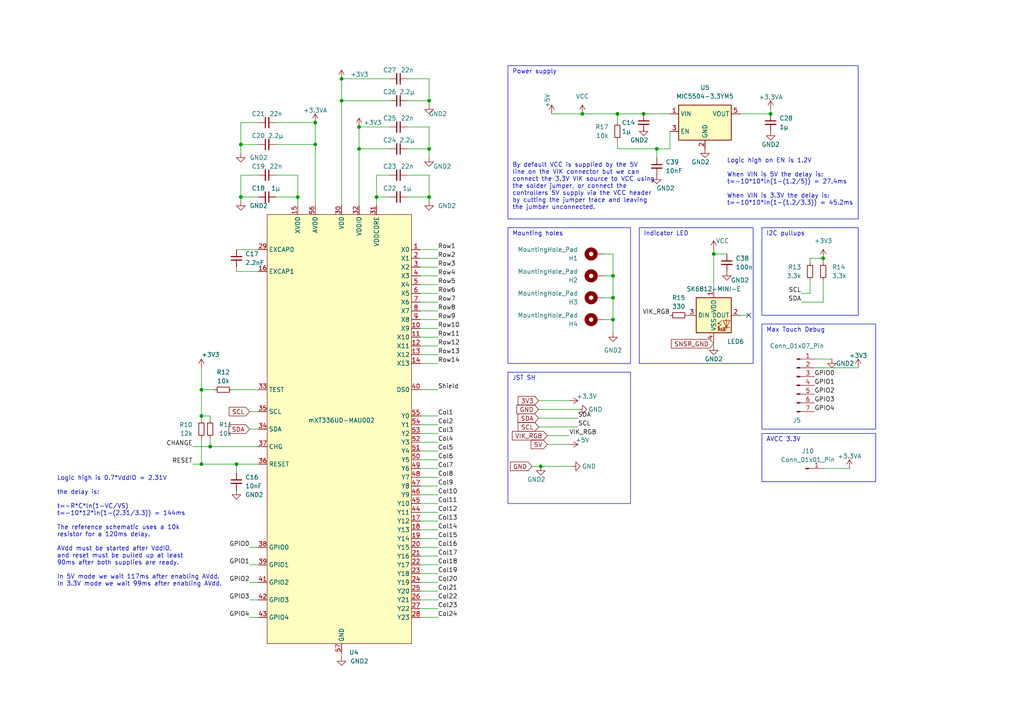
<source format=kicad_sch>
(kicad_sch (version 20230121) (generator eeschema)
  (paper "A4")
  (title_block (title "Trackpad") (date "2023-12-08") (rev "1") (company "George Norton"))
  (lib_symbols
    (symbol "Connector:Conn_01x01_Pin" (pin_names (offset 1.016) hide)
      (property "Reference" "J" (at 0 2.54 0))
      (property "Value" "Conn_01x01_Pin" (at 0 -2.54 0))
      (symbol "Conn_01x01_Pin_1_1"
        (polyline (pts (xy 1.27 0) (xy 0.8636 0)) (stroke (width 0.1524)))
        (rectangle (start 0.8636 0.127) (end 0 -0.127) (stroke (width 0.1524)) (fill (type outline)))
        (pin passive line (at 5.08 0 180) (length 3.81) (name "Pin_1") (number "1"))
      )
    )
    (symbol "Connector:Conn_01x07_Pin" (pin_names (offset 1.016) hide)
      (property "Reference" "J" (at 0 10.16 0))
      (property "Value" "Conn_01x07_Pin" (at 0 -10.16 0))
      (symbol "Conn_01x07_Pin_1_1"
        (polyline (pts (xy 1.27 -7.62) (xy 0.8636 -7.62)) (stroke (width 0.1524)))
        (polyline (pts (xy 1.27 -5.08) (xy 0.8636 -5.08)) (stroke (width 0.1524)))
        (polyline (pts (xy 1.27 -2.54) (xy 0.8636 -2.54)) (stroke (width 0.1524)))
        (polyline (pts (xy 1.27 0) (xy 0.8636 0)) (stroke (width 0.1524)))
        (polyline (pts (xy 1.27 2.54) (xy 0.8636 2.54)) (stroke (width 0.1524)))
        (polyline (pts (xy 1.27 5.08) (xy 0.8636 5.08)) (stroke (width 0.1524)))
        (polyline (pts (xy 1.27 7.62) (xy 0.8636 7.62)) (stroke (width 0.1524)))
        (rectangle (start 0.8636 -7.493) (end 0 -7.747) (stroke (width 0.1524)) (fill (type outline)))
        (rectangle (start 0.8636 -4.953) (end 0 -5.207) (stroke (width 0.1524)) (fill (type outline)))
        (rectangle (start 0.8636 -2.413) (end 0 -2.667) (stroke (width 0.1524)) (fill (type outline)))
        (rectangle (start 0.8636 0.127) (end 0 -0.127) (stroke (width 0.1524)) (fill (type outline)))
        (rectangle (start 0.8636 2.667) (end 0 2.413) (stroke (width 0.1524)) (fill (type outline)))
        (rectangle (start 0.8636 5.207) (end 0 4.953) (stroke (width 0.1524)) (fill (type outline)))
        (rectangle (start 0.8636 7.747) (end 0 7.493) (stroke (width 0.1524)) (fill (type outline)))
        (pin passive line (at 5.08 7.62 180) (length 3.81) (name "Pin_1") (number "1"))
        (pin passive line (at 5.08 5.08 180) (length 3.81) (name "Pin_2") (number "2"))
        (pin passive line (at 5.08 2.54 180) (length 3.81) (name "Pin_3") (number "3"))
        (pin passive line (at 5.08 0 180) (length 3.81) (name "Pin_4") (number "4"))
        (pin passive line (at 5.08 -2.54 180) (length 3.81) (name "Pin_5") (number "5"))
        (pin passive line (at 5.08 -5.08 180) (length 3.81) (name "Pin_6") (number "6"))
        (pin passive line (at 5.08 -7.62 180) (length 3.81) (name "Pin_7") (number "7"))
      )
    )
    (symbol "Device:C_Small" (pin_numbers hide) (pin_names (offset 0.254) hide)
      (property "Reference" "C" (at 0.254 1.778 0))
      (property "Value" "C_Small" (at 0.254 -2.032 0))
      (symbol "C_Small_0_1"
        (polyline (pts (xy -1.524 -0.508) (xy 1.524 -0.508)) (stroke (width 0.3302)))
        (polyline (pts (xy -1.524 0.508) (xy 1.524 0.508)) (stroke (width 0.3048)))
      )
      (symbol "C_Small_1_1"
        (pin passive line (at 0 2.54 270) (length 2.032) (name "~") (number "1"))
        (pin passive line (at 0 -2.54 90) (length 2.032) (name "~") (number "2"))
      )
    )
    (symbol "Device:R_Small" (pin_numbers hide) (pin_names (offset 0.254) hide)
      (property "Reference" "R" (at 0.762 0.508 0))
      (property "Value" "R_Small" (at 0.762 -1.016 0))
      (symbol "R_Small_0_1"
        (rectangle (start -0.762 1.778) (end 0.762 -1.778) (stroke (width 0.2032)))
      )
      (symbol "R_Small_1_1"
        (pin passive line (at 0 2.54 270) (length 0.762) (name "~") (number "1"))
        (pin passive line (at 0 -2.54 90) (length 0.762) (name "~") (number "2"))
      )
    )
    (symbol "Marbastlib:SK6812MINI-E"
      (property "Reference" "LED" (at 2.54 6.35 0))
      (property "Value" "SK6812MINI-E" (at 7.62 -6.35 0))
      (symbol "SK6812MINI-E_0_0"
        (text "RGB" (at 2.286 -4.191 0) (effects (font (size 0.762 0.762))))
      )
      (symbol "SK6812MINI-E_0_1"
        (polyline (pts (xy 1.27 -3.556) (xy 1.778 -3.556)))
        (polyline (pts (xy 1.27 -2.54) (xy 1.778 -2.54)))
        (polyline (pts (xy 4.699 -3.556) (xy 2.667 -3.556)))
        (polyline (pts (xy 2.286 -2.54) (xy 1.27 -3.556) (xy 1.27 -3.048)))
        (polyline (pts (xy 2.286 -1.524) (xy 1.27 -2.54) (xy 1.27 -2.032)))
        (polyline (pts (xy 3.683 -1.016) (xy 3.683 -3.556) (xy 3.683 -4.064)))
        (polyline (pts (xy 4.699 -1.524) (xy 2.667 -1.524) (xy 3.683 -3.556) (xy 4.699 -1.524)))
        (rectangle (start 5.08 5.08) (end -5.08 -5.08) (stroke (width 0.254)) (fill (type background)))
      )
      (symbol "SK6812MINI-E_1_1"
        (pin power_in line (at 0 7.62 270) (length 2.54) (name "VDD") (number "1"))
        (pin output line (at 7.62 0 180) (length 2.54) (name "DOUT") (number "2"))
        (pin input line (at -7.62 0 0) (length 2.54) (name "DIN") (number "3"))
        (pin power_in line (at 0 -7.62 90) (length 2.54) (name "VSS") (number "4"))
      )
    )
    (symbol "MaxTouch:mXT336UD-MAU002"
      (property "Reference" "mXT336UD-MAU1" (at 2.1941 -64.77 0))
      (property "Value" "~" (at 13.97 45.72 0))
      (symbol "mXT336UD-MAU002_1_1"
        (rectangle (start -21.59 62.23) (end 20.32 -62.23) (fill (type background)))
        (pin passive line (at 22.86 52.07 180) (length 2.54) (name "X0") (number "1"))
        (pin passive line (at 22.86 29.21 180) (length 2.54) (name "X9") (number "10"))
        (pin passive line (at 22.86 26.67 180) (length 2.54) (name "X10") (number "11"))
        (pin passive line (at 22.86 24.13 180) (length 2.54) (name "X11") (number "12"))
        (pin passive line (at 22.86 21.59 180) (length 2.54) (name "X12") (number "13"))
        (pin passive line (at 22.86 19.05 180) (length 2.54) (name "X13") (number "14"))
        (pin power_in line (at -12.7 64.77 270) (length 2.54) (name "XVDD") (number "15"))
        (pin power_in line (at -24.13 45.72 0) (length 2.54) (name "EXCAP1") (number "16"))
        (pin passive line (at 22.86 -26.67 180) (length 2.54) (name "Y12") (number "17"))
        (pin passive line (at 22.86 -29.21 180) (length 2.54) (name "Y13") (number "18"))
        (pin passive line (at 22.86 -31.75 180) (length 2.54) (name "Y14") (number "19"))
        (pin passive line (at 22.86 49.53 180) (length 2.54) (name "X1") (number "2"))
        (pin passive line (at 22.86 -34.29 180) (length 2.54) (name "Y15") (number "20"))
        (pin passive line (at 22.86 -36.83 180) (length 2.54) (name "Y16") (number "21"))
        (pin passive line (at 22.86 -39.37 180) (length 2.54) (name "Y17") (number "22"))
        (pin passive line (at 22.86 -41.91 180) (length 2.54) (name "Y18") (number "23"))
        (pin passive line (at 22.86 -44.45 180) (length 2.54) (name "Y19") (number "24"))
        (pin passive line (at 22.86 -46.99 180) (length 2.54) (name "Y20") (number "25"))
        (pin passive line (at 22.86 -49.53 180) (length 2.54) (name "Y21") (number "26"))
        (pin passive line (at 22.86 -52.07 180) (length 2.54) (name "Y22") (number "27"))
        (pin passive line (at 22.86 -54.61 180) (length 2.54) (name "Y23") (number "28"))
        (pin power_in line (at -24.13 52.07 0) (length 2.54) (name "EXCAP0") (number "29"))
        (pin passive line (at 22.86 46.99 180) (length 2.54) (name "X2") (number "3"))
        (pin power_in line (at 0 64.77 270) (length 2.54) (name "VDD") (number "30"))
        (pin power_in line (at 10.16 64.77 270) (length 2.54) (name "VDDCORE") (number "31"))
        (pin power_in line (at 5.08 64.77 270) (length 2.54) (name "VDDIO") (number "32"))
        (pin unspecified line (at -24.13 11.43 0) (length 2.54) (name "TEST") (number "33"))
        (pin bidirectional line (at -24.13 0 0) (length 2.54) (name "SDA") (number "34"))
        (pin input line (at -24.13 5.08 0) (length 2.54) (name "SCL") (number "35"))
        (pin input line (at -24.13 -10.16 0) (length 2.54) (name "RESET") (number "36"))
        (pin output line (at -24.13 -5.08 0) (length 2.54) (name "CHG") (number "37"))
        (pin bidirectional line (at -24.13 -34.29 0) (length 2.54) (name "GPIO0") (number "38"))
        (pin bidirectional line (at -24.13 -39.37 0) (length 2.54) (name "GPIO1") (number "39"))
        (pin passive line (at 22.86 44.45 180) (length 2.54) (name "X3") (number "4"))
        (pin output line (at 22.86 11.43 180) (length 2.54) (name "DS0") (number "40"))
        (pin bidirectional line (at -24.13 -44.45 0) (length 2.54) (name "GPIO2") (number "41"))
        (pin bidirectional line (at -24.13 -49.53 0) (length 2.54) (name "GPIO3") (number "42"))
        (pin bidirectional line (at -24.13 -54.61 0) (length 2.54) (name "GPIO4") (number "43"))
        (pin passive line (at 22.86 -24.13 180) (length 2.54) (name "Y11") (number "44"))
        (pin passive line (at 22.86 -21.59 180) (length 2.54) (name "Y10") (number "45"))
        (pin passive line (at 22.86 -19.05 180) (length 2.54) (name "Y9") (number "46"))
        (pin passive line (at 22.86 -16.51 180) (length 2.54) (name "Y8") (number "47"))
        (pin passive line (at 22.86 -13.97 180) (length 2.54) (name "Y7") (number "48"))
        (pin passive line (at 22.86 -11.43 180) (length 2.54) (name "Y6") (number "49"))
        (pin passive line (at 22.86 41.91 180) (length 2.54) (name "X4") (number "5"))
        (pin passive line (at 22.86 -8.89 180) (length 2.54) (name "Y5") (number "50"))
        (pin passive line (at 22.86 -6.35 180) (length 2.54) (name "Y4") (number "51"))
        (pin passive line (at 22.86 -3.81 180) (length 2.54) (name "Y3") (number "52"))
        (pin passive line (at 22.86 -1.27 180) (length 2.54) (name "Y2") (number "53"))
        (pin passive line (at 22.86 1.27 180) (length 2.54) (name "Y1") (number "54"))
        (pin passive line (at 22.86 3.81 180) (length 2.54) (name "Y0") (number "55"))
        (pin power_in line (at -7.62 64.77 270) (length 2.54) (name "AVDD") (number "56"))
        (pin power_in line (at 0 -64.77 90) (length 2.54) (name "GND") (number "57"))
        (pin passive line (at 22.86 39.37 180) (length 2.54) (name "X5") (number "6"))
        (pin passive line (at 22.86 36.83 180) (length 2.54) (name "X6") (number "7"))
        (pin passive line (at 22.86 34.29 180) (length 2.54) (name "X7") (number "8"))
        (pin passive line (at 22.86 31.75 180) (length 2.54) (name "X8") (number "9"))
      )
    )
    (symbol "Mechanical:MountingHole_Pad" (pin_numbers hide) (pin_names (offset 1.016) hide)
      (property "Reference" "H" (at 0 6.35 0))
      (property "Value" "MountingHole_Pad" (at 0 4.445 0))
      (symbol "MountingHole_Pad_0_1"
        (circle (center 0 1.27) (radius 1.27) (stroke (width 1.27)))
      )
      (symbol "MountingHole_Pad_1_1"
        (pin input line (at 0 -2.54 90) (length 2.54) (name "1") (number "1"))
      )
    )
    (symbol "Regulator_Linear:MIC5504-3.3YM5"
      (property "Reference" "U" (at -7.62 8.89 0))
      (property "Value" "MIC5504-3.3YM5" (at -7.62 6.35 0))
      (symbol "MIC5504-3.3YM5_0_1"
        (rectangle (start -7.62 -5.08) (end 7.62 5.08) (stroke (width 0.254)) (fill (type background)))
      )
      (symbol "MIC5504-3.3YM5_1_1"
        (pin power_in line (at -10.16 2.54 0) (length 2.54) (name "VIN") (number "1"))
        (pin power_in line (at 0 -7.62 90) (length 2.54) (name "GND") (number "2"))
        (pin input line (at -10.16 -2.54 0) (length 2.54) (name "EN") (number "3"))
        (pin no_connect line (at 7.62 -2.54 180) (length 2.54) hide (name "NC") (number "4"))
        (pin power_out line (at 10.16 2.54 180) (length 2.54) (name "VOUT") (number "5"))
      )
    )
    (symbol "power:+3.3V" (power) (pin_names (offset 0))
      (property "Value" "+3.3V" (at 0 3.556 0))
      (symbol "+3.3V_0_1"
        (polyline (pts (xy -0.762 1.27) (xy 0 2.54)))
        (polyline (pts (xy 0 0) (xy 0 2.54)))
        (polyline (pts (xy 0 2.54) (xy 0.762 1.27)))
      )
      (symbol "+3.3V_1_1"
        (pin power_in line (at 0 0 90) (length 0) hide (name "+3.3V") (number "1"))
      )
    )
    (symbol "power:+3.3VA" (power) (pin_names (offset 0))
      (property "Value" "+3.3VA" (at 0 3.556 0))
      (symbol "+3.3VA_0_1"
        (polyline (pts (xy -0.762 1.27) (xy 0 2.54)))
        (polyline (pts (xy 0 0) (xy 0 2.54)))
        (polyline (pts (xy 0 2.54) (xy 0.762 1.27)))
      )
      (symbol "+3.3VA_1_1"
        (pin power_in line (at 0 0 90) (length 0) hide (name "+3.3VA") (number "1"))
      )
    )
    (symbol "power:+3V3" (power) (pin_names (offset 0))
      (property "Value" "+3V3" (at 0 3.556 0))
      (symbol "+3V3_0_1"
        (polyline (pts (xy -0.762 1.27) (xy 0 2.54)))
        (polyline (pts (xy 0 0) (xy 0 2.54)))
        (polyline (pts (xy 0 2.54) (xy 0.762 1.27)))
      )
      (symbol "+3V3_1_1"
        (pin power_in line (at 0 0 90) (length 0) hide (name "+3V3") (number "1"))
      )
    )
    (symbol "power:+5V" (power) (pin_names (offset 0))
      (property "Value" "+5V" (at 0 3.556 0))
      (symbol "+5V_0_1"
        (polyline (pts (xy -0.762 1.27) (xy 0 2.54)))
        (polyline (pts (xy 0 0) (xy 0 2.54)))
        (polyline (pts (xy 0 2.54) (xy 0.762 1.27)))
      )
      (symbol "+5V_1_1"
        (pin power_in line (at 0 0 90) (length 0) hide (name "+5V") (number "1"))
      )
    )
    (symbol "power:GND" (power) (pin_names (offset 0))
      (property "Value" "GND" (at 0 -3.81 0))
      (symbol "GND_0_1"
        (polyline (pts (xy 0 0) (xy 0 -1.27) (xy 1.27 -1.27) (xy 0 -2.54) (xy -1.27 -1.27) (xy 0 -1.27)))
      )
      (symbol "GND_1_1"
        (pin power_in line (at 0 0 270) (length 0) hide (name "GND") (number "1"))
      )
    )
    (symbol "power:GND2" (power) (pin_names (offset 0))
      (property "Value" "GND2" (at 0 -3.81 0))
      (symbol "GND2_0_1"
        (polyline (pts (xy 0 0) (xy 0 -1.27) (xy 1.27 -1.27) (xy 0 -2.54) (xy -1.27 -1.27) (xy 0 -1.27)))
      )
      (symbol "GND2_1_1"
        (pin power_in line (at 0 0 270) (length 0) hide (name "GND2") (number "1"))
      )
    )
    (symbol "power:VCC" (power) (pin_names (offset 0))
      (property "Value" "VCC" (at 0 3.81 0))
      (symbol "VCC_0_1"
        (polyline (pts (xy -0.762 1.27) (xy 0 2.54)))
        (polyline (pts (xy 0 0) (xy 0 2.54)))
        (polyline (pts (xy 0 2.54) (xy 0.762 1.27)))
      )
      (symbol "VCC_1_1"
        (pin power_in line (at 0 0 90) (length 0) hide (name "VCC") (number "1"))
      )
    )
  )
  (junction (at 168.91 33.02))
  (junction (at 124.46 43.18))
  (junction (at 58.42 120.65))
  (junction (at 58.42 113.03))
  (junction (at 223.52 33.02))
  (junction (at 69.85 57.15))
  (junction (at 177.8 80.01))
  (junction (at 156.845 135.255))
  (junction (at 58.42 134.62))
  (junction (at 86.36 57.15))
  (junction (at 177.8 92.71))
  (junction (at 99.06 22.86))
  (junction (at 177.8 86.36))
  (junction (at 190.5 43.18))
  (junction (at 91.44 35.56))
  (junction (at 207.01 73.66))
  (junction (at 104.14 43.18))
  (junction (at 186.69 33.02))
  (junction (at 68.58 134.62))
  (junction (at 238.76 74.93))
  (junction (at 91.44 41.91))
  (junction (at 104.14 36.83))
  (junction (at 60.96 129.54))
  (junction (at 99.06 29.21))
  (junction (at 124.46 29.21))
  (junction (at 124.46 57.15))
  (junction (at 179.07 33.02))
  (junction (at 69.85 41.91))
  (junction (at 109.22 57.15))
  (no_connect (at 217.17 91.44))
  (wire (pts (xy 121.92 176.53) (xy 127 176.53)))
  (wire (pts (xy 190.5 43.18) (xy 190.5 45.72)))
  (wire (pts (xy 177.8 80.01) (xy 177.8 86.36)))
  (wire (pts (xy 121.92 130.81) (xy 127 130.81)))
  (wire (pts (xy 121.92 143.51) (xy 127 143.51)))
  (wire (pts (xy 156.21 123.825) (xy 167.64 123.825)))
  (wire (pts (xy 91.44 35.56) (xy 80.01 35.56)))
  (wire (pts (xy 86.36 50.8) (xy 80.01 50.8)))
  (wire (pts (xy 67.31 113.03) (xy 74.93 113.03)))
  (wire (pts (xy 186.69 33.02) (xy 194.31 33.02)))
  (wire (pts (xy 121.92 100.33) (xy 127 100.33)))
  (wire (pts (xy 121.92 82.55) (xy 127 82.55)))
  (wire (pts (xy 118.11 43.18) (xy 124.46 43.18)))
  (wire (pts (xy 121.92 90.17) (xy 127 90.17)))
  (wire (pts (xy 154.305 135.255) (xy 156.845 135.255)))
  (wire (pts (xy 121.92 146.05) (xy 127 146.05)))
  (wire (pts (xy 118.11 57.15) (xy 124.46 57.15)))
  (wire (pts (xy 121.92 166.37) (xy 127 166.37)))
  (wire (pts (xy 72.39 158.75) (xy 74.93 158.75)))
  (wire (pts (xy 214.63 33.02) (xy 223.52 33.02)))
  (wire (pts (xy 207.01 73.66) (xy 207.01 83.82)))
  (wire (pts (xy 121.92 138.43) (xy 127 138.43)))
  (wire (pts (xy 60.96 121.92) (xy 60.96 120.65)))
  (wire (pts (xy 124.46 29.21) (xy 124.46 30.48)))
  (wire (pts (xy 234.95 76.2) (xy 234.95 74.93)))
  (wire (pts (xy 74.93 50.8) (xy 69.85 50.8)))
  (wire (pts (xy 58.42 120.65) (xy 58.42 121.92)))
  (wire (pts (xy 58.42 113.03) (xy 62.23 113.03)))
  (wire (pts (xy 179.07 40.64) (xy 179.07 43.18)))
  (wire (pts (xy 168.91 33.02) (xy 179.07 33.02)))
  (wire (pts (xy 86.36 59.69) (xy 86.36 57.15)))
  (wire (pts (xy 99.06 29.21) (xy 113.03 29.21)))
  (wire (pts (xy 124.46 22.86) (xy 124.46 29.21)))
  (wire (pts (xy 238.76 74.93) (xy 238.76 76.2)))
  (wire (pts (xy 86.36 57.15) (xy 86.36 50.8)))
  (wire (pts (xy 91.44 41.91) (xy 91.44 59.69)))
  (wire (pts (xy 194.31 38.1) (xy 194.31 43.18)))
  (wire (pts (xy 121.92 156.21) (xy 127 156.21)))
  (wire (pts (xy 99.06 29.21) (xy 99.06 22.86)))
  (wire (pts (xy 60.96 129.54) (xy 60.96 127)))
  (wire (pts (xy 69.85 35.56) (xy 69.85 41.91)))
  (wire (pts (xy 241.3 104.14) (xy 236.22 104.14)))
  (wire (pts (xy 124.46 57.15) (xy 124.46 58.42)))
  (wire (pts (xy 104.14 36.83) (xy 113.03 36.83)))
  (wire (pts (xy 104.14 43.18) (xy 113.03 43.18)))
  (wire (pts (xy 121.92 123.19) (xy 127 123.19)))
  (wire (pts (xy 118.11 50.8) (xy 124.46 50.8)))
  (wire (pts (xy 124.46 43.18) (xy 124.46 45.72)))
  (wire (pts (xy 109.22 50.8) (xy 113.03 50.8)))
  (wire (pts (xy 175.26 92.71) (xy 177.8 92.71)))
  (wire (pts (xy 177.8 86.36) (xy 177.8 92.71)))
  (wire (pts (xy 99.06 190.5) (xy 99.06 189.23)))
  (wire (pts (xy 121.92 77.47) (xy 127 77.47)))
  (wire (pts (xy 121.92 171.45) (xy 127 171.45)))
  (wire (pts (xy 175.26 86.36) (xy 177.8 86.36)))
  (wire (pts (xy 58.42 113.03) (xy 58.42 120.65)))
  (wire (pts (xy 69.85 57.15) (xy 74.93 57.15)))
  (wire (pts (xy 121.92 125.73) (xy 127 125.73)))
  (wire (pts (xy 55.88 129.54) (xy 60.96 129.54)))
  (wire (pts (xy 118.11 29.21) (xy 124.46 29.21)))
  (wire (pts (xy 238.76 87.63) (xy 238.76 81.28)))
  (wire (pts (xy 68.58 78.74) (xy 68.58 77.47)))
  (wire (pts (xy 121.92 161.29) (xy 127 161.29)))
  (wire (pts (xy 121.92 72.39) (xy 127 72.39)))
  (wire (pts (xy 121.92 140.97) (xy 127 140.97)))
  (wire (pts (xy 121.92 158.75) (xy 127 158.75)))
  (wire (pts (xy 124.46 50.8) (xy 124.46 57.15)))
  (wire (pts (xy 179.07 33.02) (xy 179.07 35.56)))
  (wire (pts (xy 121.92 133.35) (xy 127 133.35)))
  (wire (pts (xy 72.39 173.99) (xy 74.93 173.99)))
  (wire (pts (xy 99.06 22.86) (xy 113.03 22.86)))
  (wire (pts (xy 121.92 151.13) (xy 127 151.13)))
  (wire (pts (xy 72.39 179.07) (xy 74.93 179.07)))
  (wire (pts (xy 80.01 57.15) (xy 86.36 57.15)))
  (wire (pts (xy 104.14 43.18) (xy 104.14 36.83)))
  (wire (pts (xy 69.85 50.8) (xy 69.85 57.15)))
  (wire (pts (xy 207.01 100.33) (xy 207.01 99.06)))
  (wire (pts (xy 121.92 92.71) (xy 127 92.71)))
  (wire (pts (xy 121.92 135.89) (xy 127 135.89)))
  (wire (pts (xy 177.8 92.71) (xy 177.8 96.52)))
  (wire (pts (xy 234.95 85.09) (xy 234.95 81.28)))
  (wire (pts (xy 91.44 35.56) (xy 91.44 41.91)))
  (wire (pts (xy 104.14 43.18) (xy 104.14 59.69)))
  (wire (pts (xy 177.8 73.66) (xy 177.8 80.01)))
  (wire (pts (xy 55.88 134.62) (xy 58.42 134.62)))
  (wire (pts (xy 109.22 59.69) (xy 109.22 57.15)))
  (wire (pts (xy 72.39 168.91) (xy 74.93 168.91)))
  (wire (pts (xy 74.93 124.46) (xy 72.39 124.46)))
  (wire (pts (xy 80.01 41.91) (xy 91.44 41.91)))
  (wire (pts (xy 121.92 179.07) (xy 127 179.07)))
  (wire (pts (xy 121.92 153.67) (xy 127 153.67)))
  (wire (pts (xy 156.21 121.285) (xy 167.64 121.285)))
  (wire (pts (xy 68.58 134.62) (xy 68.58 137.16)))
  (wire (pts (xy 121.92 168.91) (xy 127 168.91)))
  (wire (pts (xy 238.76 135.89) (xy 246.38 135.89)))
  (wire (pts (xy 248.92 106.68) (xy 236.22 106.68)))
  (wire (pts (xy 232.41 87.63) (xy 238.76 87.63)))
  (wire (pts (xy 121.92 148.59) (xy 127 148.59)))
  (wire (pts (xy 234.95 74.93) (xy 238.76 74.93)))
  (wire (pts (xy 179.07 43.18) (xy 190.5 43.18)))
  (wire (pts (xy 232.41 85.09) (xy 234.95 85.09)))
  (wire (pts (xy 58.42 127) (xy 58.42 134.62)))
  (wire (pts (xy 165.1 128.905) (xy 158.75 128.905)))
  (wire (pts (xy 121.92 105.41) (xy 127 105.41)))
  (wire (pts (xy 175.26 80.01) (xy 177.8 80.01)))
  (wire (pts (xy 68.58 72.39) (xy 74.93 72.39)))
  (wire (pts (xy 69.85 41.91) (xy 69.85 44.45)))
  (wire (pts (xy 121.92 128.27) (xy 127 128.27)))
  (wire (pts (xy 121.92 87.63) (xy 127 87.63)))
  (wire (pts (xy 121.92 173.99) (xy 127 173.99)))
  (wire (pts (xy 121.92 97.79) (xy 127 97.79)))
  (wire (pts (xy 118.11 22.86) (xy 124.46 22.86)))
  (wire (pts (xy 74.93 35.56) (xy 69.85 35.56)))
  (wire (pts (xy 121.92 74.93) (xy 127 74.93)))
  (wire (pts (xy 109.22 57.15) (xy 113.03 57.15)))
  (wire (pts (xy 72.39 163.83) (xy 74.93 163.83)))
  (wire (pts (xy 121.92 113.03) (xy 127 113.03)))
  (wire (pts (xy 109.22 57.15) (xy 109.22 50.8)))
  (wire (pts (xy 121.92 102.87) (xy 127 102.87)))
  (wire (pts (xy 69.85 57.15) (xy 69.85 58.42)))
  (wire (pts (xy 121.92 163.83) (xy 127 163.83)))
  (wire (pts (xy 165.1 116.205) (xy 156.21 116.205)))
  (wire (pts (xy 165.735 135.255) (xy 156.845 135.255)))
  (wire (pts (xy 160.02 33.02) (xy 168.91 33.02)))
  (wire (pts (xy 58.42 106.68) (xy 58.42 113.03)))
  (wire (pts (xy 179.07 33.02) (xy 186.69 33.02)))
  (wire (pts (xy 165.1 126.365) (xy 158.75 126.365)))
  (wire (pts (xy 74.93 119.38) (xy 72.39 119.38)))
  (wire (pts (xy 186.69 36.83) (xy 186.69 38.1)))
  (wire (pts (xy 207.01 73.66) (xy 210.82 73.66)))
  (wire (pts (xy 60.96 120.65) (xy 58.42 120.65)))
  (wire (pts (xy 207.01 72.39) (xy 207.01 73.66)))
  (wire (pts (xy 121.92 80.01) (xy 127 80.01)))
  (wire (pts (xy 58.42 134.62) (xy 68.58 134.62)))
  (wire (pts (xy 74.93 78.74) (xy 68.58 78.74)))
  (wire (pts (xy 223.52 31.75) (xy 223.52 33.02)))
  (wire (pts (xy 214.63 91.44) (xy 217.17 91.44)))
  (wire (pts (xy 121.92 85.09) (xy 127 85.09)))
  (wire (pts (xy 74.93 41.91) (xy 69.85 41.91)))
  (wire (pts (xy 121.92 120.65) (xy 127 120.65)))
  (wire (pts (xy 175.26 73.66) (xy 177.8 73.66)))
  (wire (pts (xy 156.21 118.745) (xy 167.64 118.745)))
  (wire (pts (xy 124.46 36.83) (xy 124.46 43.18)))
  (wire (pts (xy 121.92 95.25) (xy 127 95.25)))
  (wire (pts (xy 99.06 29.21) (xy 99.06 59.69)))
  (wire (pts (xy 60.96 129.54) (xy 74.93 129.54)))
  (wire (pts (xy 118.11 36.83) (xy 124.46 36.83)))
  (wire (pts (xy 190.5 43.18) (xy 194.31 43.18)))
  (wire (pts (xy 68.58 134.62) (xy 74.93 134.62)))
  (rectangle (start 220.98 125.73) (end 254 139.7))
  (rectangle (start 147.32 19.05) (end 248.92 63.5))
  (rectangle (start 185.42 66.04) (end 218.44 105.41))
  (rectangle (start 220.98 93.98) (end 254 124.46))
  (rectangle (start 147.32 107.95) (end 182.88 146.05))
  (rectangle (start 220.98 66.04) (end 248.92 91.44))
  (rectangle (start 147.32 66.04) (end 182.88 105.41))
  (text "Indicator LED" (at 186.69 68.58 0) (effects (font (size 1.27 1.27)) (justify left bottom)))
  (text "Mounting holes" (at 148.59 68.58 0) (effects (font (size 1.27 1.27)) (justify left bottom)))
  (text "By default VCC is supplied by the 5V\nline on the VIK connector but we can\nconnect the 3.3V VIK source to VCC using\nthe solder jumper, or connect the\ncontrollers 5V supply via the VCC header\nby cutting the jumper trace and leaving\nthe jumber unconnected." (at 148.59 60.96 0) (effects (font (size 1.27 1.27)) (justify left bottom)))
  (text "Logic high is 0.7*VddIO = 2.31V\n\nthe delay is:\n\nt=-R*C*ln(1-VC/VS)\nt=-10*12*ln(1-(2.31/3.3)) = 144ms\n\nThe reference schematic uses a 10k\nresistor for a 120ms delay.\n\nAVdd must be started after VddIO,\nand reset must be pulled up at least\n90ms after both supplies are ready.\n\nIn 5V mode we wait 117ms after enabling AVdd.\nIn 3.3V mode we wait 99ms after enabling AVdd." (at 16.51 170.18 0) (effects (font (size 1.27 1.27)) (justify left bottom)))
  (text "I2C pullups" (at 222.25 68.58 0) (effects (font (size 1.27 1.27)) (justify left bottom)))
  (text "Power supply" (at 148.59 21.59 0) (effects (font (size 1.27 1.27)) (justify left bottom)))
  (text "Logic high on EN is 1.2V\n\nWhen VIN is 5V the delay is:\nt=-10*10*ln(1-(1.2/5)) = 27.4ms\n\nWhen VIN is 3.3V the delay is:\nt=-10*10*ln(1-(1.2/3.3)) = 45.2ms" (at 210.82 59.69 0) (effects (font (size 1.27 1.27)) (justify left bottom)))
  (text "JST SH" (at 148.59 110.49 0) (effects (font (size 1.27 1.27)) (justify left bottom)))
  (text "AVCC 3.3V" (at 222.25 128.27 0) (effects (font (size 1.27 1.27)) (justify left bottom)))
  (text "Max Touch Debug" (at 222.25 96.52 0) (effects (font (size 1.27 1.27)) (justify left bottom)))
  (label "Col20" (at 127 168.91 0))
  (label "GPIO0" (at 236.22 109.22 0))
  (label "Row1" (at 127 72.39 0))
  (label "Col24" (at 127 179.07 0))
  (label "Col3" (at 127 125.73 0))
  (label "Row14" (at 127 105.41 0))
  (label "Row10" (at 127 95.25 0))
  (label "Col5" (at 127 130.81 0))
  (label "Col17" (at 127 161.29 0))
  (label "Shield" (at 127 113.03 0))
  (label "Col22" (at 127 173.99 0))
  (label "Row7" (at 127 87.63 0))
  (label "Row4" (at 127 80.01 0))
  (label "Col12" (at 127 148.59 0))
  (label "Col19" (at 127 166.37 0))
  (label "Col15" (at 127 156.21 0))
  (label "SDA" (at 232.41 87.63 180))
  (label "Col14" (at 127 153.67 0))
  (label "Row6" (at 127 85.09 0))
  (label "Col7" (at 127 135.89 0))
  (label "VIK_RGB" (at 165.1 126.365 0))
  (label "GPIO2" (at 236.22 114.3 0))
  (label "GPIO4" (at 236.22 119.38 0))
  (label "Row3" (at 127 77.47 0))
  (label "Row11" (at 127 97.79 0))
  (label "GPIO0" (at 72.39 158.75 180))
  (label "RESET" (at 55.88 134.62 180))
  (label "Col1" (at 127 120.65 0))
  (label "GPIO3" (at 236.22 116.84 0))
  (label "GPIO3" (at 72.39 173.99 180))
  (label "Row8" (at 127 90.17 0))
  (label "Col8" (at 127 138.43 0))
  (label "Col2" (at 127 123.19 0))
  (label "SCL" (at 232.41 85.09 180))
  (label "GPIO2" (at 72.39 168.91 180))
  (label "Row9" (at 127 92.71 0))
  (label "Col13" (at 127 151.13 0))
  (label "CHANGE" (at 55.88 129.54 180))
  (label "Col10" (at 127 143.51 0))
  (label "Col4" (at 127 128.27 0))
  (label "Col11" (at 127 146.05 0))
  (label "VIK_RGB" (at 194.31 91.44 180))
  (label "GPIO4" (at 72.39 179.07 180))
  (label "Col21" (at 127 171.45 0))
  (label "SCL" (at 167.64 123.825 0))
  (label "Row13" (at 127 102.87 0))
  (label "Col6" (at 127 133.35 0))
  (label "Col23" (at 127 176.53 0))
  (label "Col16" (at 127 158.75 0))
  (label "Row2" (at 127 74.93 0))
  (label "Col18" (at 127 163.83 0))
  (label "Col9" (at 127 140.97 0))
  (label "Row12" (at 127 100.33 0))
  (label "GPIO1" (at 72.39 163.83 180))
  (label "GPIO1" (at 236.22 111.76 0))
  (label "SDA" (at 167.64 121.285 0))
  (label "Row5" (at 127 82.55 0))
  (global_label "SDA" (shape input) (at 156.21 121.285 180) (property "Intersheetrefs" "${INTERSHEET_REFS}" (effects hide)))
  (global_label "VIK_RGB" (shape input) (at 158.75 126.365 180) (property "Intersheetrefs" "${INTERSHEET_REFS}" (effects hide)))
  (global_label "GND" (shape input) (at 154.305 135.255 180) (property "Intersheetrefs" "${INTERSHEET_REFS}" (effects hide)))
  (global_label "5V" (shape input) (at 158.75 128.905 180) (property "Intersheetrefs" "${INTERSHEET_REFS}" (effects hide)))
  (global_label "SCL" (shape input) (at 156.21 123.825 180) (property "Intersheetrefs" "${INTERSHEET_REFS}" (effects hide)))
  (global_label "GND" (shape input) (at 156.21 118.745 180) (property "Intersheetrefs" "${INTERSHEET_REFS}" (effects hide)))
  (global_label "SNSR_GND" (shape input) (at 207.01 99.695 180) (property "Intersheetrefs" "${INTERSHEET_REFS}" (effects hide)))
  (global_label "SCL" (shape input) (at 72.39 119.38 180) (property "Intersheetrefs" "${INTERSHEET_REFS}" (effects hide)))
  (global_label "SDA" (shape input) (at 72.39 124.46 180) (property "Intersheetrefs" "${INTERSHEET_REFS}" (effects hide)))
  (global_label "3V3" (shape input) (at 156.21 116.205 180) (property "Intersheetrefs" "${INTERSHEET_REFS}" (effects hide)))
  (symbol (lib_id "Device:R_Small") (at 234.95 78.74 0) (mirror y) (unit 1)
    (property "Reference" "R13" (at 232.41 77.47 0) (effects (justify left)))
    (property "Value" "3.3k" (at 232.41 80.01 0) (effects (justify left)))
    (property "Footprint" "Resistor_SMD:R_0402_1005Metric" (effects hide))
  )
  (symbol (lib_id "power:+5V") (at 165.1 128.905 270) (mirror x) (unit 1)
    (property "Reference" "#PWR019" (effects hide))
    (property "Value" "+5V" (at 168.91 127.635 90))
  )
  (symbol (lib_id "Mechanical:MountingHole_Pad") (at 172.72 86.36 90) (unit 1)
    (property "Reference" "H3" (at 167.64 87.63 90) (effects (justify left)))
    (property "Value" "MountingHole_Pad" (at 167.64 85.09 90) (effects (justify left)))
    (property "Footprint" "MountingHole:MountingHole_3.2mm_M3_Pad_Via" (effects hide))
  )
  (symbol (lib_id "Connector:Conn_01x07_Pin") (at 231.14 111.76 0) (unit 1)
    (property "Reference" "J5" (at 231.14 121.92 0))
    (property "Value" "Conn_01x07_Pin" (at 231.14 100.33 0))
    (property "Footprint" "Connector_PinHeader_1.27mm:PinHeader_1x07_P1.27mm_Vertical" (effects hide))
  )
  (symbol (lib_id "Connector:Conn_01x01_Pin") (at 233.68 135.89 0) (unit 1)
    (property "Reference" "J10" (at 234.315 130.81 0))
    (property "Value" "Conn_01x01_Pin" (at 234.315 133.35 0))
    (property "Footprint" "Connector_PinHeader_1.27mm:PinHeader_1x01_P1.27mm_Vertical" (effects hide))
  )
  (symbol (lib_id "power:+3V3") (at 248.92 106.68 0) (mirror y) (unit 1)
    (property "Reference" "#PWR074" (effects hide))
    (property "Value" "+3.3V" (at 248.92 103.124 0))
  )
  (symbol (lib_id "power:VCC") (at 168.91 33.02 0) (unit 1)
    (property "Reference" "#PWR075" (effects hide))
    (property "Value" "VCC" (at 168.91 27.94 0))
  )
  (symbol (lib_id "power:+3.3VA") (at 91.44 35.56 0) (unit 1)
    (property "Reference" "#PWR0101" (effects hide))
    (property "Value" "+3.3VA" (at 91.44 32.004 0))
  )
  (symbol (lib_id "Mechanical:MountingHole_Pad") (at 172.72 73.66 90) (unit 1)
    (property "Reference" "H1" (at 167.64 74.93 90) (effects (justify left)))
    (property "Value" "MountingHole_Pad" (at 167.64 72.39 90) (effects (justify left)))
    (property "Footprint" "MountingHole:MountingHole_3.2mm_M3_Pad_Via" (effects hide))
  )
  (symbol (lib_id "Device:C_Small") (at 68.58 74.93 180) (unit 1)
    (property "Reference" "C17" (at 71.12 73.6536 0) (effects (justify right)))
    (property "Value" "2.2nF" (at 71.12 76.1936 0) (effects (justify right)))
    (property "Footprint" "Capacitor_SMD:C_0603_1608Metric" (effects hide))
    (property "LCSC" "C1604" (effects hide))
  )
  (symbol (lib_id "power:GND2") (at 210.82 78.74 0) (unit 1)
    (property "Reference" "#PWR084" (effects hide))
    (property "Value" "SNSR_GND" (at 214.63 81.28 0))
  )
  (symbol (lib_id "Device:C_Small") (at 115.57 29.21 270) (unit 1)
    (property "Reference" "C26" (at 113.03 26.67 90))
    (property "Value" "2.2µ" (at 118.11 26.67 90))
    (property "Footprint" "Capacitor_SMD:C_0402_1005Metric" (effects hide))
    (property "LCSC" "C12530" (effects hide))
  )
  (symbol (lib_id "power:+3.3VA") (at 246.38 135.89 0) (unit 1)
    (property "Reference" "#PWR066" (effects hide))
    (property "Value" "+3.3VA" (at 246.38 132.334 0))
  )
  (symbol (lib_id "power:GND2") (at 177.8 96.52 0) (unit 1)
    (property "Reference" "#PWR02" (effects hide))
    (property "Value" "SNSR_GND" (at 177.8 101.6 0))
  )
  (symbol (lib_id "power:+5V") (at 160.02 33.02 0) (mirror y) (unit 1)
    (property "Reference" "#PWR081" (effects hide))
    (property "Value" "+5V" (at 158.75 29.21 90))
  )
  (symbol (lib_id "Device:R_Small") (at 238.76 78.74 0) (unit 1)
    (property "Reference" "R14" (at 241.3 77.47 0) (effects (justify left)))
    (property "Value" "3.3k" (at 241.3 80.01 0) (effects (justify left)))
    (property "Footprint" "Resistor_SMD:R_0402_1005Metric" (effects hide))
  )
  (symbol (lib_id "power:GND2") (at 190.5 50.8 0) (unit 1)
    (property "Reference" "#PWR0102" (effects hide))
    (property "Value" "SNSR_GND" (at 193.04 54.61 0))
  )
  (symbol (lib_id "Mechanical:MountingHole_Pad") (at 172.72 80.01 90) (unit 1)
    (property "Reference" "H2" (at 167.64 81.28 90) (effects (justify left)))
    (property "Value" "MountingHole_Pad" (at 167.64 78.74 90) (effects (justify left)))
    (property "Footprint" "MountingHole:MountingHole_3.2mm_M3_Pad_Via" (effects hide))
  )
  (symbol (lib_id "Device:R_Small") (at 196.85 91.44 270) (unit 1)
    (property "Reference" "R15" (at 196.85 86.36 90))
    (property "Value" "330" (at 196.85 88.9 90))
    (property "Footprint" "Resistor_SMD:R_0402_1005Metric" (effects hide))
    (property "LCSC" "C25104" (effects hide))
  )
  (symbol (lib_id "Device:C_Small") (at 77.47 35.56 90) (unit 1)
    (property "Reference" "C21" (at 74.93 33.02 90))
    (property "Value" "22n" (at 80.01 33.02 90))
    (property "Footprint" "Capacitor_SMD:C_0402_1005Metric" (effects hide))
    (property "LCSC" "C1532" (effects hide))
  )
  (symbol (lib_id "power:GND2") (at 124.46 45.72 0) (unit 1)
    (property "Reference" "#PWR045" (effects hide))
    (property "Value" "GND" (at 128.27 48.26 0))
  )
  (symbol (lib_id "power:GND2") (at 68.58 142.24 0) (unit 1)
    (property "Reference" "#PWR023" (effects hide))
    (property "Value" "GND" (at 71.12 143.51 0) (effects (justify left)))
  )
  (symbol (lib_id "power:+3V3") (at 58.42 106.68 0) (unit 1)
    (property "Reference" "#PWR022" (effects hide))
    (property "Value" "+3.3V" (at 58.42 102.87 0) (effects (justify left)))
  )
  (symbol (lib_id "Device:C_Small") (at 77.47 50.8 270) (unit 1)
    (property "Reference" "C19" (at 74.93 48.26 90))
    (property "Value" "22n" (at 80.01 48.26 90))
    (property "Footprint" "Capacitor_SMD:C_0402_1005Metric" (effects hide))
    (property "LCSC" "C1532" (effects hide))
  )
  (symbol (lib_id "power:GND2") (at 223.52 38.1 0) (unit 1)
    (property "Reference" "#PWR0106" (effects hide))
    (property "Value" "SNSR_GND" (at 223.52 41.91 0))
  )
  (symbol (lib_id "power:GND2") (at 241.3 104.14 0) (mirror y) (unit 1)
    (property "Reference" "#PWR073" (effects hide))
    (property "Value" "GND" (at 245.11 105.41 0))
  )
  (symbol (lib_id "Device:C_Small") (at 68.58 139.7 0) (unit 1)
    (property "Reference" "C16" (at 71.12 138.4363 0) (effects (justify left)))
    (property "Value" "10nF" (at 71.12 140.9763 0) (effects (justify left)))
    (property "Footprint" "Capacitor_SMD:C_0402_1005Metric" (effects hide))
    (property "LCSC" "C15195" (effects hide))
  )
  (symbol (lib_id "Device:C_Small") (at 115.57 43.18 270) (unit 1)
    (property "Reference" "C24" (at 113.03 40.64 90))
    (property "Value" "2.2µ" (at 118.11 40.64 90))
    (property "Footprint" "Capacitor_SMD:C_0402_1005Metric" (effects hide))
    (property "LCSC" "C12530" (effects hide))
  )
  (symbol (lib_id "power:GND2") (at 186.69 36.83 0) (unit 1)
    (property "Reference" "#PWR0105" (effects hide))
    (property "Value" "SNSR_GND" (at 185.42 40.64 0))
  )
  (symbol (lib_id "Device:R_Small") (at 179.07 38.1 0) (mirror y) (unit 1)
    (property "Reference" "R17" (at 176.53 36.83 0) (effects (justify left)))
    (property "Value" "10k" (at 176.53 39.37 0) (effects (justify left)))
    (property "Footprint" "Resistor_SMD:R_0402_1005Metric" (effects hide))
    (property "LCSC" "C25744" (effects hide))
  )
  (symbol (lib_id "power:GND") (at 167.64 118.745 90) (unit 1)
    (property "Reference" "#PWR077" (effects hide))
    (property "Value" "GND" (at 172.72 118.745 90))
  )
  (symbol (lib_id "power:+3V3") (at 104.14 36.83 0) (unit 1)
    (property "Reference" "#PWR029" (effects hide))
    (property "Value" "+3.3V" (at 105.41 35.56 0) (effects (justify left)))
  )
  (symbol (lib_id "Device:C_Small") (at 190.5 48.26 0) (unit 1)
    (property "Reference" "C39" (at 193.04 46.9963 0) (effects (justify left)))
    (property "Value" "10nF" (at 193.04 49.5363 0) (effects (justify left)))
    (property "Footprint" "Capacitor_SMD:C_0402_1005Metric" (effects hide))
    (property "LCSC" "C15195" (effects hide))
  )
  (symbol (lib_id "power:GND2") (at 124.46 30.48 0) (unit 1)
    (property "Reference" "#PWR044" (effects hide))
    (property "Value" "GND" (at 127 33.02 0))
  )
  (symbol (lib_id "Mechanical:MountingHole_Pad") (at 172.72 92.71 90) (unit 1)
    (property "Reference" "H4" (at 167.64 93.98 90) (effects (justify left)))
    (property "Value" "MountingHole_Pad" (at 167.64 91.44 90) (effects (justify left)))
    (property "Footprint" "MountingHole:MountingHole_3.2mm_M3_Pad_Via" (effects hide))
  )
  (symbol (lib_id "Device:C_Small") (at 210.82 76.2 0) (unit 1)
    (property "Reference" "C38" (at 213.36 74.9363 0) (effects (justify left)))
    (property "Value" "100n" (at 213.36 77.4763 0) (effects (justify left)))
    (property "Footprint" "Capacitor_SMD:C_0402_1005Metric" (effects hide))
    (property "LCSC" "C1525" (effects hide))
  )
  (symbol (lib_id "Device:C_Small") (at 115.57 22.86 270) (unit 1)
    (property "Reference" "C27" (at 113.03 20.32 90))
    (property "Value" "22n" (at 118.11 20.32 90))
    (property "Footprint" "Capacitor_SMD:C_0402_1005Metric" (effects hide))
    (property "LCSC" "C1532" (effects hide))
  )
  (symbol (lib_id "power:+3V3") (at 238.76 74.93 0) (unit 1)
    (property "Reference" "#PWR076" (effects hide))
    (property "Value" "+3.3V" (at 238.76 69.85 0))
  )
  (symbol (lib_id "power:+3V3") (at 99.06 22.86 0) (unit 1)
    (property "Reference" "#PWR027" (effects hide))
    (property "Value" "+3.3V" (at 101.6 21.59 0) (effects (justify left)))
  )
  (symbol (lib_id "power:GND2") (at 99.06 190.5 0) (unit 1)
    (property "Reference" "#PWR028" (effects hide))
    (property "Value" "GND" (at 101.6 191.77 0) (effects (justify left)))
  )
  (symbol (lib_id "Device:R_Small") (at 60.96 124.46 0) (unit 1)
    (property "Reference" "R11" (at 63.5 123.19 0) (effects (justify left)))
    (property "Value" "10k" (at 63.5 125.73 0) (effects (justify left)))
    (property "Footprint" "Resistor_SMD:R_0402_1005Metric" (effects hide))
    (property "LCSC" "C25744" (effects hide))
  )
  (symbol (lib_id "power:GND2") (at 156.845 135.255 0) (unit 1)
    (property "Reference" "#PWR030" (effects hide))
    (property "Value" "SNSR_GND" (at 155.575 139.065 0))
  )
  (symbol (lib_id "Marbastlib:SK6812MINI-E") (at 207.01 91.44 0) (unit 1)
    (property "Reference" "LED6" (at 213.36 99.06 0))
    (property "Value" "SK6812-MINI-E" (at 207.01 83.82 0))
    (property "Footprint" "PCM_marbastlib-various:LED_6028R" (effects hide))
    (property "LCSC" "C5149201" (effects hide))
  )
  (symbol (lib_id "Device:C_Small") (at 223.52 35.56 0) (unit 1)
    (property "Reference" "C28" (at 226.06 34.2963 0) (effects (justify left)))
    (property "Value" "1µ" (at 226.06 36.83 0) (effects (justify left)))
    (property "Footprint" "Capacitor_SMD:C_0402_1005Metric" (effects hide))
    (property "LCSC" "C52923" (effects hide))
  )
  (symbol (lib_id "power:GND2") (at 124.46 58.42 0) (unit 1)
    (property "Reference" "#PWR046" (effects hide))
    (property "Value" "GND" (at 127 59.69 0) (effects (justify left)))
  )
  (symbol (lib_id "Device:C_Small") (at 115.57 57.15 270) (unit 1)
    (property "Reference" "C22" (at 113.03 54.61 90))
    (property "Value" "1µ" (at 118.11 54.61 90))
    (property "Footprint" "Capacitor_SMD:C_0402_1005Metric" (effects hide))
    (property "LCSC" "C52923" (effects hide))
  )
  (symbol (lib_id "Device:C_Small") (at 186.69 35.56 0) (unit 1)
    (property "Reference" "C14" (at 180.34 35.56 0) (effects (justify left)))
    (property "Value" "1µ" (at 180.34 38.1 0) (effects (justify left)))
    (property "Footprint" "Capacitor_SMD:C_0402_1005Metric" (effects hide))
    (property "LCSC" "C52923" (effects hide))
  )
  (symbol (lib_id "power:GND2") (at 207.01 100.33 0) (unit 1)
    (property "Reference" "#PWR080" (effects hide))
    (property "Value" "SNSR_GND" (at 207.01 104.14 0))
  )
  (symbol (lib_id "Device:C_Small") (at 77.47 41.91 90) (unit 1)
    (property "Reference" "C20" (at 74.93 39.37 90))
    (property "Value" "2.2µ" (at 80.01 39.37 90))
    (property "Footprint" "Capacitor_SMD:C_0402_1005Metric" (effects hide))
    (property "LCSC" "C12530" (effects hide))
  )
  (symbol (lib_id "power:+3.3V") (at 165.1 116.205 270) (mirror x) (unit 1)
    (property "Reference" "#PWR012" (effects hide))
    (property "Value" "+3.3V" (at 170.18 114.935 90))
  )
  (symbol (lib_id "Device:R_Small") (at 64.77 113.03 90) (unit 1)
    (property "Reference" "R12" (at 64.77 107.95 90))
    (property "Value" "10k" (at 64.77 110.49 90))
    (property "Footprint" "Resistor_SMD:R_0402_1005Metric" (effects hide))
    (property "LCSC" "C25744" (effects hide))
  )
  (symbol (lib_id "Device:C_Small") (at 77.47 57.15 270) (unit 1)
    (property "Reference" "C18" (at 74.93 54.61 90))
    (property "Value" "1µ" (at 80.01 54.61 90))
    (property "Footprint" "Capacitor_SMD:C_0402_1005Metric" (effects hide))
    (property "LCSC" "C52923" (effects hide))
  )
  (symbol (lib_id "Device:C_Small") (at 115.57 36.83 270) (unit 1)
    (property "Reference" "C25" (at 113.03 34.29 90))
    (property "Value" "22n" (at 118.11 34.29 90))
    (property "Footprint" "Capacitor_SMD:C_0402_1005Metric" (effects hide))
    (property "LCSC" "C1532" (effects hide))
  )
  (symbol (lib_id "Regulator_Linear:MIC5504-3.3YM5") (at 204.47 35.56 0) (unit 1)
    (property "Reference" "U5" (at 204.47 25.4 0))
    (property "Value" "MIC5504-3.3YM5" (at 204.47 27.94 0))
    (property "Footprint" "Package_TO_SOT_SMD:SOT-23-5" (effects hide))
    (property "Datasheet" "http://ww1.microchip.com/downloads/en/DeviceDoc/MIC550X.pdf" (effects hide))
    (property "Height" "1" (effects hide))
    (property "Mouser Part Number" "998-MIC5323-3.3YD5TR" (effects hide))
    (property "Mouser Price/Stock" "https://www.mouser.co.uk/ProductDetail/Microchip-Technology-Micrel/MIC5323-33YD5-TR?qs=U6T8BxXiZAX5zkAwp1aJvQ%3D%3D" (effects hide))
    (property "Manufacturer_Name" "Microchip" (effects hide))
    (property "Manufacturer_Part_Number" "MIC5323-3.3YD5-TR" (effects hide))
    (property "LCSC" "C88419" (effects hide))
  )
  (symbol (lib_id "MaxTouch:mXT336UD-MAU002") (at 99.06 124.46 0) (unit 1)
    (property "Reference" "U4" (at 101.2541 189.23 0) (effects (justify left)))
    (property "Value" "mXT336UD-MAU002" (at 99.06 121.92 0))
    (property "Footprint" "Trackpad:QFN-56_EP_6x6_Pitch0.35mm" (effects hide))
    (property "Datasheet" "https://ww1.microchip.com/downloads/secure/aemDocuments/documents/HMID/ProductDocuments/DataSheets/mXT336UD_2_0_Touchscreen_Controller_Product_Datasheet.pdf" (effects hide))
  )
  (symbol (lib_id "power:VCC") (at 207.01 72.39 0) (unit 1)
    (property "Reference" "#PWR079" (effects hide))
    (property "Value" "VCC" (at 209.55 69.85 0))
  )
  (symbol (lib_id "power:GND2") (at 69.85 44.45 0) (unit 1)
    (property "Reference" "#PWR024" (effects hide))
    (property "Value" "GND" (at 72.39 45.72 0) (effects (justify left)))
  )
  (symbol (lib_id "Device:R_Small") (at 58.42 124.46 0) (mirror y) (unit 1)
    (property "Reference" "R10" (at 55.88 123.19 0) (effects (justify left)))
    (property "Value" "12k" (at 55.88 125.73 0) (effects (justify left)))
    (property "Footprint" "Resistor_SMD:R_0402_1005Metric" (effects hide))
    (property "LCSC" "C25752" (effects hide))
  )
  (symbol (lib_id "Device:C_Small") (at 115.57 50.8 270) (unit 1)
    (property "Reference" "C23" (at 113.03 48.26 90))
    (property "Value" "22n" (at 118.11 48.26 90))
    (property "Footprint" "Capacitor_SMD:C_0402_1005Metric" (effects hide))
    (property "LCSC" "C1532" (effects hide))
  )
  (symbol (lib_id "power:GND2") (at 204.47 43.18 0) (unit 1)
    (property "Reference" "#PWR0108" (effects hide))
    (property "Value" "SNSR_GND" (at 203.2 46.99 0))
  )
  (symbol (lib_id "power:GND") (at 165.735 135.255 90) (unit 1)
    (property "Reference" "#PWR078" (effects hide))
    (property "Value" "GND" (at 170.815 135.255 90))
  )
  (symbol (lib_id "power:+3.3VA") (at 223.52 31.75 0) (unit 1)
    (property "Reference" "#PWR0103" (effects hide))
    (property "Value" "+3.3VA" (at 223.52 28.194 0))
  )
  (symbol (lib_id "power:GND2") (at 69.85 58.42 0) (unit 1)
    (property "Reference" "#PWR025" (effects hide))
    (property "Value" "GND" (at 72.39 59.69 0) (effects (justify left)))
  )
)
</source>
